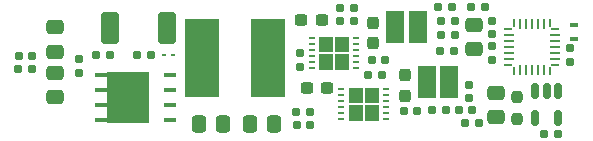
<source format=gbr>
%TF.GenerationSoftware,KiCad,Pcbnew,7.0.7*%
%TF.CreationDate,2024-07-30T16:01:34+03:00*%
%TF.ProjectId,Main_PCB_002,4d61696e-5f50-4434-925f-3030322e6b69,rev?*%
%TF.SameCoordinates,Original*%
%TF.FileFunction,Paste,Top*%
%TF.FilePolarity,Positive*%
%FSLAX46Y46*%
G04 Gerber Fmt 4.6, Leading zero omitted, Abs format (unit mm)*
G04 Created by KiCad (PCBNEW 7.0.7) date 2024-07-30 16:01:34*
%MOMM*%
%LPD*%
G01*
G04 APERTURE LIST*
G04 Aperture macros list*
%AMRoundRect*
0 Rectangle with rounded corners*
0 $1 Rounding radius*
0 $2 $3 $4 $5 $6 $7 $8 $9 X,Y pos of 4 corners*
0 Add a 4 corners polygon primitive as box body*
4,1,4,$2,$3,$4,$5,$6,$7,$8,$9,$2,$3,0*
0 Add four circle primitives for the rounded corners*
1,1,$1+$1,$2,$3*
1,1,$1+$1,$4,$5*
1,1,$1+$1,$6,$7*
1,1,$1+$1,$8,$9*
0 Add four rect primitives between the rounded corners*
20,1,$1+$1,$2,$3,$4,$5,0*
20,1,$1+$1,$4,$5,$6,$7,0*
20,1,$1+$1,$6,$7,$8,$9,0*
20,1,$1+$1,$8,$9,$2,$3,0*%
%AMFreePoly0*
4,1,14,0.230680,0.111820,0.364320,-0.021821,0.377500,-0.053642,0.377500,-0.080000,0.364320,-0.111820,0.332500,-0.125000,-0.332500,-0.125000,-0.364320,-0.111820,-0.377500,-0.080000,-0.377500,0.080000,-0.364320,0.111820,-0.332500,0.125000,0.198860,0.125000,0.230680,0.111820,0.230680,0.111820,$1*%
%AMFreePoly1*
4,1,14,0.364320,0.111820,0.377500,0.080000,0.377501,0.053640,0.364318,0.021819,0.230680,-0.111820,0.198860,-0.125000,-0.332500,-0.125000,-0.364320,-0.111820,-0.377500,-0.080000,-0.377500,0.080000,-0.364320,0.111820,-0.332500,0.125000,0.332500,0.125000,0.364320,0.111820,0.364320,0.111820,$1*%
%AMFreePoly2*
4,1,15,0.053642,0.377500,0.080000,0.377500,0.111820,0.364320,0.125000,0.332500,0.125000,-0.332500,0.111820,-0.364320,0.080000,-0.377500,-0.080000,-0.377500,-0.111820,-0.364320,-0.125000,-0.332500,-0.125000,0.198860,-0.111820,0.230680,0.021820,0.364320,0.053640,0.377501,0.053642,0.377500,0.053642,0.377500,$1*%
%AMFreePoly3*
4,1,14,-0.021820,0.364320,0.111820,0.230679,0.125001,0.198860,0.125000,-0.332500,0.111820,-0.364320,0.080000,-0.377500,-0.080000,-0.377500,-0.111820,-0.364320,-0.125000,-0.332500,-0.125000,0.332500,-0.111820,0.364320,-0.080000,0.377500,-0.053640,0.377500,-0.021820,0.364320,-0.021820,0.364320,$1*%
%AMFreePoly4*
4,1,14,0.364320,0.111820,0.377500,0.080000,0.377500,-0.080000,0.364320,-0.111820,0.332500,-0.125000,-0.198860,-0.125001,-0.230680,-0.111818,-0.364320,0.021820,-0.377500,0.053640,-0.377500,0.080000,-0.364320,0.111820,-0.332500,0.125000,0.332500,0.125000,0.364320,0.111820,0.364320,0.111820,$1*%
%AMFreePoly5*
4,1,15,-0.198858,0.125000,0.332500,0.125000,0.364320,0.111820,0.377500,0.080000,0.377500,-0.080000,0.364320,-0.111820,0.332500,-0.125000,-0.332500,-0.125000,-0.364320,-0.111820,-0.377500,-0.080000,-0.377500,-0.053640,-0.364320,-0.021820,-0.230680,0.111820,-0.198860,0.125001,-0.198858,0.125000,-0.198858,0.125000,$1*%
%AMFreePoly6*
4,1,14,0.111820,0.364320,0.125000,0.332500,0.125001,-0.198860,0.111818,-0.230680,-0.021820,-0.364320,-0.053640,-0.377500,-0.080000,-0.377500,-0.111820,-0.364320,-0.125000,-0.332500,-0.125000,0.332500,-0.111820,0.364320,-0.080000,0.377500,0.080000,0.377500,0.111820,0.364320,0.111820,0.364320,$1*%
%AMFreePoly7*
4,1,14,0.111820,0.364320,0.125000,0.332500,0.125000,-0.332500,0.111820,-0.364320,0.080000,-0.377500,0.053640,-0.377501,0.021819,-0.364318,-0.111820,-0.230680,-0.125000,-0.198860,-0.125000,0.332500,-0.111820,0.364320,-0.080000,0.377500,0.080000,0.377500,0.111820,0.364320,0.111820,0.364320,$1*%
G04 Aperture macros list end*
%ADD10RoundRect,0.237500X-0.300000X-0.237500X0.300000X-0.237500X0.300000X0.237500X-0.300000X0.237500X0*%
%ADD11RoundRect,0.237500X0.237500X-0.300000X0.237500X0.300000X-0.237500X0.300000X-0.237500X-0.300000X0*%
%ADD12RoundRect,0.160000X0.160000X-0.197500X0.160000X0.197500X-0.160000X0.197500X-0.160000X-0.197500X0*%
%ADD13RoundRect,0.250000X-0.475000X0.337500X-0.475000X-0.337500X0.475000X-0.337500X0.475000X0.337500X0*%
%ADD14RoundRect,0.160000X0.197500X0.160000X-0.197500X0.160000X-0.197500X-0.160000X0.197500X-0.160000X0*%
%ADD15FreePoly0,0.000000*%
%ADD16RoundRect,0.062500X-0.375000X-0.062500X0.375000X-0.062500X0.375000X0.062500X-0.375000X0.062500X0*%
%ADD17FreePoly1,0.000000*%
%ADD18FreePoly2,0.000000*%
%ADD19RoundRect,0.062500X-0.062500X-0.375000X0.062500X-0.375000X0.062500X0.375000X-0.062500X0.375000X0*%
%ADD20FreePoly3,0.000000*%
%ADD21FreePoly4,0.000000*%
%ADD22FreePoly5,0.000000*%
%ADD23FreePoly6,0.000000*%
%ADD24FreePoly7,0.000000*%
%ADD25R,1.016000X0.457200*%
%ADD26RoundRect,0.160000X-0.197500X-0.160000X0.197500X-0.160000X0.197500X0.160000X-0.197500X0.160000X0*%
%ADD27RoundRect,0.062500X-0.117500X-0.062500X0.117500X-0.062500X0.117500X0.062500X-0.117500X0.062500X0*%
%ADD28R,2.971800X6.604000*%
%ADD29RoundRect,0.155000X-0.155000X0.212500X-0.155000X-0.212500X0.155000X-0.212500X0.155000X0.212500X0*%
%ADD30RoundRect,0.155000X-0.212500X-0.155000X0.212500X-0.155000X0.212500X0.155000X-0.212500X0.155000X0*%
%ADD31RoundRect,0.160000X-0.160000X0.197500X-0.160000X-0.197500X0.160000X-0.197500X0.160000X0.197500X0*%
%ADD32RoundRect,0.155000X0.212500X0.155000X-0.212500X0.155000X-0.212500X-0.155000X0.212500X-0.155000X0*%
%ADD33RoundRect,0.155000X0.155000X-0.212500X0.155000X0.212500X-0.155000X0.212500X-0.155000X-0.212500X0*%
%ADD34RoundRect,0.250000X-0.337500X-0.475000X0.337500X-0.475000X0.337500X0.475000X-0.337500X0.475000X0*%
%ADD35R,0.599999X0.249999*%
%ADD36RoundRect,0.250000X0.475000X-0.337500X0.475000X0.337500X-0.475000X0.337500X-0.475000X-0.337500X0*%
%ADD37RoundRect,0.250000X0.500000X1.100000X-0.500000X1.100000X-0.500000X-1.100000X0.500000X-1.100000X0*%
%ADD38RoundRect,0.150000X-0.150000X0.512500X-0.150000X-0.512500X0.150000X-0.512500X0.150000X0.512500X0*%
%ADD39RoundRect,0.237500X0.237500X-0.250000X0.237500X0.250000X-0.237500X0.250000X-0.237500X-0.250000X0*%
%ADD40R,0.711200X0.444500*%
%ADD41RoundRect,0.250000X0.337500X0.475000X-0.337500X0.475000X-0.337500X-0.475000X0.337500X-0.475000X0*%
%ADD42R,1.600200X2.692400*%
G04 APERTURE END LIST*
%TO.C,U1*%
G36*
X66332100Y-63004700D02*
G01*
X62776100Y-63004700D01*
X62776100Y-58686700D01*
X66332100Y-58686700D01*
X66332100Y-63004700D01*
G37*
%TO.C,U4*%
G36*
X81912603Y-56967600D02*
G01*
X80764601Y-56967600D01*
X80764601Y-55657600D01*
X81912603Y-55657600D01*
X81912603Y-56967600D01*
G37*
G36*
X81912603Y-58477600D02*
G01*
X80764601Y-58477600D01*
X80764601Y-57167600D01*
X81912603Y-57167600D01*
X81912603Y-58477600D01*
G37*
G36*
X83260601Y-56967600D02*
G01*
X82112600Y-56967600D01*
X82112600Y-55657600D01*
X83260601Y-55657600D01*
X83260601Y-56967600D01*
G37*
G36*
X83260601Y-58477600D02*
G01*
X82112600Y-58477600D01*
X82112600Y-57167600D01*
X83260601Y-57167600D01*
X83260601Y-58477600D01*
G37*
%TO.C,U3*%
G36*
X84439903Y-61285600D02*
G01*
X83291901Y-61285600D01*
X83291901Y-59975600D01*
X84439903Y-59975600D01*
X84439903Y-61285600D01*
G37*
G36*
X84439903Y-62795600D02*
G01*
X83291901Y-62795600D01*
X83291901Y-61485600D01*
X84439903Y-61485600D01*
X84439903Y-62795600D01*
G37*
G36*
X85787901Y-61285600D02*
G01*
X84639900Y-61285600D01*
X84639900Y-59975600D01*
X85787901Y-59975600D01*
X85787901Y-61285600D01*
G37*
G36*
X85787901Y-62795600D02*
G01*
X84639900Y-62795600D01*
X84639900Y-61485600D01*
X85787901Y-61485600D01*
X85787901Y-62795600D01*
G37*
%TD*%
D10*
%TO.C,C10*%
X79231300Y-54254400D03*
X80956300Y-54254400D03*
%TD*%
D11*
%TO.C,C14*%
X85314600Y-56234500D03*
X85314600Y-54509500D03*
%TD*%
D12*
%TO.C,R1*%
X60401200Y-58763500D03*
X60401200Y-57568500D03*
%TD*%
D13*
%TO.C,C19*%
X93849000Y-54668600D03*
X93849000Y-56743600D03*
%TD*%
D14*
%TO.C,R3*%
X56476900Y-58394600D03*
X55281900Y-58394600D03*
%TD*%
D15*
%TO.C,U2*%
X96757700Y-55047500D03*
D16*
X96817700Y-55547500D03*
X96817700Y-56047500D03*
X96817700Y-56547500D03*
X96817700Y-57047500D03*
X96817700Y-57547500D03*
D17*
X96757700Y-58047500D03*
D18*
X97255200Y-58545000D03*
D19*
X97755200Y-58485000D03*
X98255200Y-58485000D03*
X98755200Y-58485000D03*
X99255200Y-58485000D03*
X99755200Y-58485000D03*
D20*
X100255200Y-58545000D03*
D21*
X100752700Y-58047500D03*
D16*
X100692700Y-57547500D03*
X100692700Y-57047500D03*
X100692700Y-56547500D03*
X100692700Y-56047500D03*
X100692700Y-55547500D03*
D22*
X100752700Y-55047500D03*
D23*
X100255200Y-54550000D03*
D19*
X99755200Y-54610000D03*
X99255200Y-54610000D03*
X98755200Y-54610000D03*
X98255200Y-54610000D03*
X97755200Y-54610000D03*
D24*
X97255200Y-54550000D03*
%TD*%
D25*
%TO.C,U1*%
X68110100Y-62750700D03*
X68110100Y-61480700D03*
X68110100Y-60210700D03*
X68110100Y-58940700D03*
X62268100Y-58940700D03*
X62268100Y-60210700D03*
X62268100Y-61480700D03*
X62268100Y-62750700D03*
%TD*%
D26*
%TO.C,R2*%
X61835700Y-57251600D03*
X63030700Y-57251600D03*
%TD*%
D27*
%TO.C,D5*%
X68415200Y-57238900D03*
X67575200Y-57238900D03*
%TD*%
D28*
%TO.C,L1*%
X76432500Y-57454800D03*
X70793700Y-57454800D03*
%TD*%
D14*
%TO.C,R12*%
X91462000Y-61874400D03*
X90267000Y-61874400D03*
%TD*%
D26*
%TO.C,R8*%
X82525700Y-54339100D03*
X83720700Y-54339100D03*
%TD*%
D29*
%TO.C,C17*%
X93421200Y-59732100D03*
X93421200Y-60867100D03*
%TD*%
D14*
%TO.C,R7*%
X83718400Y-53238400D03*
X82523400Y-53238400D03*
%TD*%
D30*
%TO.C,C11*%
X84903500Y-58928000D03*
X86038500Y-58928000D03*
%TD*%
D29*
%TO.C,C21*%
X92223400Y-54356000D03*
X92223400Y-55491000D03*
%TD*%
D13*
%TO.C,C15*%
X95758000Y-60430500D03*
X95758000Y-62505500D03*
%TD*%
D31*
%TO.C,R9*%
X101981000Y-56628700D03*
X101981000Y-57823700D03*
%TD*%
D32*
%TO.C,C3*%
X56446900Y-57277000D03*
X55311900Y-57277000D03*
%TD*%
D33*
%TO.C,C6*%
X95402400Y-57615900D03*
X95402400Y-56480900D03*
%TD*%
%TO.C,C7*%
X95402400Y-55473600D03*
X95402400Y-54338600D03*
%TD*%
D30*
%TO.C,C13*%
X87909400Y-61925200D03*
X89044400Y-61925200D03*
%TD*%
D26*
%TO.C,R4*%
X65314900Y-57238900D03*
X66509900Y-57238900D03*
%TD*%
D11*
%TO.C,C12*%
X87994300Y-60654100D03*
X87994300Y-58929100D03*
%TD*%
D34*
%TO.C,C4*%
X70569000Y-63093600D03*
X72644000Y-63093600D03*
%TD*%
D14*
%TO.C,R5*%
X91986700Y-53187600D03*
X90791700Y-53187600D03*
%TD*%
D35*
%TO.C,U4*%
X80112601Y-55817600D03*
X80112601Y-56317599D03*
X80112601Y-56817600D03*
X80112601Y-57317600D03*
X80112601Y-57817598D03*
X80112601Y-58317600D03*
X83912599Y-58317600D03*
X83912599Y-57817598D03*
X83912599Y-57317600D03*
X83912599Y-56817598D03*
X83912599Y-56317599D03*
X83912599Y-55817600D03*
%TD*%
D36*
%TO.C,C2*%
X58421950Y-60805650D03*
X58421950Y-58730650D03*
%TD*%
D30*
%TO.C,C16*%
X85182900Y-57658000D03*
X86317900Y-57658000D03*
%TD*%
D13*
%TO.C,C1*%
X58421950Y-54869850D03*
X58421950Y-56944850D03*
%TD*%
D14*
%TO.C,R13*%
X94323500Y-62941200D03*
X93128500Y-62941200D03*
%TD*%
D37*
%TO.C,D4*%
X67843100Y-54952900D03*
X63043100Y-54952900D03*
%TD*%
D38*
%TO.C,U5*%
X100960000Y-60259800D03*
X100010000Y-60259800D03*
X99060000Y-60259800D03*
X99060000Y-62534800D03*
X100960000Y-62534800D03*
%TD*%
D35*
%TO.C,U3*%
X82639901Y-60135600D03*
X82639901Y-60635599D03*
X82639901Y-61135600D03*
X82639901Y-61635600D03*
X82639901Y-62135598D03*
X82639901Y-62635600D03*
X86439899Y-62635600D03*
X86439899Y-62135598D03*
X86439899Y-61635600D03*
X86439899Y-61135598D03*
X86439899Y-60635599D03*
X86439899Y-60135600D03*
%TD*%
D39*
%TO.C,R16*%
X97536000Y-62634500D03*
X97536000Y-60809500D03*
%TD*%
D40*
%TO.C,LED1*%
X102362000Y-54717950D03*
X102362000Y-55873650D03*
%TD*%
D14*
%TO.C,R15*%
X92160500Y-56845200D03*
X90965500Y-56845200D03*
%TD*%
D10*
%TO.C,C8*%
X79689600Y-60045600D03*
X81414600Y-60045600D03*
%TD*%
D14*
%TO.C,R6*%
X94780700Y-53187600D03*
X93585700Y-53187600D03*
%TD*%
D30*
%TO.C,C20*%
X99813300Y-63906400D03*
X100948300Y-63906400D03*
%TD*%
D12*
%TO.C,R11*%
X79095600Y-58216800D03*
X79095600Y-57021800D03*
%TD*%
D41*
%TO.C,C5*%
X76962000Y-63093600D03*
X74887000Y-63093600D03*
%TD*%
D42*
%TO.C,L2*%
X91782900Y-59537600D03*
X89877900Y-59537600D03*
%TD*%
D12*
%TO.C,R14*%
X91105800Y-55524400D03*
X91105800Y-54329400D03*
%TD*%
D32*
%TO.C,C9*%
X80010000Y-63144400D03*
X78875000Y-63144400D03*
%TD*%
D30*
%TO.C,C18*%
X92583000Y-61874400D03*
X93718000Y-61874400D03*
%TD*%
D42*
%TO.C,L3*%
X89090500Y-54813200D03*
X87185500Y-54813200D03*
%TD*%
D14*
%TO.C,R10*%
X79997900Y-62026800D03*
X78802900Y-62026800D03*
%TD*%
M02*

</source>
